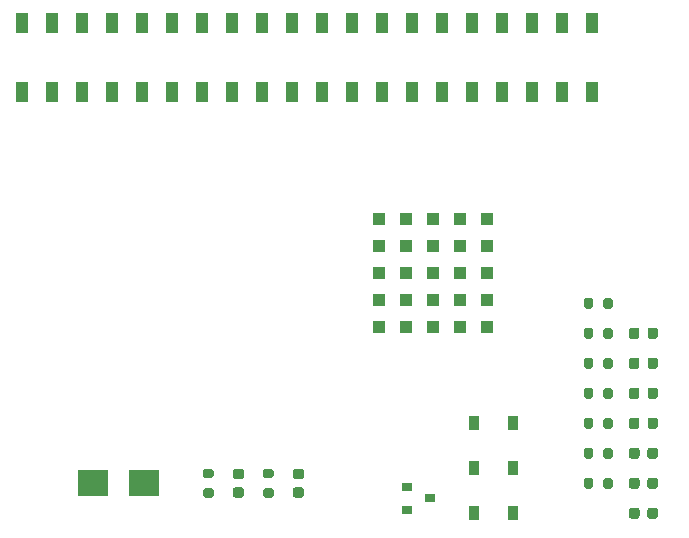
<source format=gbr>
G04 #@! TF.GenerationSoftware,KiCad,Pcbnew,(5.1.10-1-10_14)*
G04 #@! TF.CreationDate,2022-04-10T19:47:37-06:00*
G04 #@! TF.ProjectId,RPiG3iMac,52506947-3369-44d6-9163-2e6b69636164,1.2*
G04 #@! TF.SameCoordinates,Original*
G04 #@! TF.FileFunction,Paste,Top*
G04 #@! TF.FilePolarity,Positive*
%FSLAX46Y46*%
G04 Gerber Fmt 4.6, Leading zero omitted, Abs format (unit mm)*
G04 Created by KiCad (PCBNEW (5.1.10-1-10_14)) date 2022-04-10 19:47:37*
%MOMM*%
%LPD*%
G01*
G04 APERTURE LIST*
%ADD10R,2.500000X2.300000*%
%ADD11R,0.900000X1.200000*%
%ADD12R,0.900000X0.800000*%
%ADD13R,1.060000X1.060000*%
%ADD14R,1.020000X1.780000*%
G04 APERTURE END LIST*
D10*
X130420000Y-105410000D03*
X126120000Y-105410000D03*
G36*
G01*
X171495000Y-92966250D02*
X171495000Y-92453750D01*
G75*
G02*
X171713750Y-92235000I218750J0D01*
G01*
X172151250Y-92235000D01*
G75*
G02*
X172370000Y-92453750I0J-218750D01*
G01*
X172370000Y-92966250D01*
G75*
G02*
X172151250Y-93185000I-218750J0D01*
G01*
X171713750Y-93185000D01*
G75*
G02*
X171495000Y-92966250I0J218750D01*
G01*
G37*
G36*
G01*
X173070000Y-92966250D02*
X173070000Y-92453750D01*
G75*
G02*
X173288750Y-92235000I218750J0D01*
G01*
X173726250Y-92235000D01*
G75*
G02*
X173945000Y-92453750I0J-218750D01*
G01*
X173945000Y-92966250D01*
G75*
G02*
X173726250Y-93185000I-218750J0D01*
G01*
X173288750Y-93185000D01*
G75*
G02*
X173070000Y-92966250I0J218750D01*
G01*
G37*
G36*
G01*
X173070000Y-95506250D02*
X173070000Y-94993750D01*
G75*
G02*
X173288750Y-94775000I218750J0D01*
G01*
X173726250Y-94775000D01*
G75*
G02*
X173945000Y-94993750I0J-218750D01*
G01*
X173945000Y-95506250D01*
G75*
G02*
X173726250Y-95725000I-218750J0D01*
G01*
X173288750Y-95725000D01*
G75*
G02*
X173070000Y-95506250I0J218750D01*
G01*
G37*
G36*
G01*
X171495000Y-95506250D02*
X171495000Y-94993750D01*
G75*
G02*
X171713750Y-94775000I218750J0D01*
G01*
X172151250Y-94775000D01*
G75*
G02*
X172370000Y-94993750I0J-218750D01*
G01*
X172370000Y-95506250D01*
G75*
G02*
X172151250Y-95725000I-218750J0D01*
G01*
X171713750Y-95725000D01*
G75*
G02*
X171495000Y-95506250I0J218750D01*
G01*
G37*
G36*
G01*
X173070000Y-100586250D02*
X173070000Y-100073750D01*
G75*
G02*
X173288750Y-99855000I218750J0D01*
G01*
X173726250Y-99855000D01*
G75*
G02*
X173945000Y-100073750I0J-218750D01*
G01*
X173945000Y-100586250D01*
G75*
G02*
X173726250Y-100805000I-218750J0D01*
G01*
X173288750Y-100805000D01*
G75*
G02*
X173070000Y-100586250I0J218750D01*
G01*
G37*
G36*
G01*
X171495000Y-100586250D02*
X171495000Y-100073750D01*
G75*
G02*
X171713750Y-99855000I218750J0D01*
G01*
X172151250Y-99855000D01*
G75*
G02*
X172370000Y-100073750I0J-218750D01*
G01*
X172370000Y-100586250D01*
G75*
G02*
X172151250Y-100805000I-218750J0D01*
G01*
X171713750Y-100805000D01*
G75*
G02*
X171495000Y-100586250I0J218750D01*
G01*
G37*
D11*
X158370000Y-104140000D03*
X161670000Y-104140000D03*
X161670000Y-100330000D03*
X158370000Y-100330000D03*
X158370000Y-107950000D03*
X161670000Y-107950000D03*
G36*
G01*
X171495000Y-98046250D02*
X171495000Y-97533750D01*
G75*
G02*
X171713750Y-97315000I218750J0D01*
G01*
X172151250Y-97315000D01*
G75*
G02*
X172370000Y-97533750I0J-218750D01*
G01*
X172370000Y-98046250D01*
G75*
G02*
X172151250Y-98265000I-218750J0D01*
G01*
X171713750Y-98265000D01*
G75*
G02*
X171495000Y-98046250I0J218750D01*
G01*
G37*
G36*
G01*
X173070000Y-98046250D02*
X173070000Y-97533750D01*
G75*
G02*
X173288750Y-97315000I218750J0D01*
G01*
X173726250Y-97315000D01*
G75*
G02*
X173945000Y-97533750I0J-218750D01*
G01*
X173945000Y-98046250D01*
G75*
G02*
X173726250Y-98265000I-218750J0D01*
G01*
X173288750Y-98265000D01*
G75*
G02*
X173070000Y-98046250I0J218750D01*
G01*
G37*
D12*
X152670000Y-105730000D03*
X152670000Y-107630000D03*
X154670000Y-106680000D03*
D13*
X159520000Y-92210000D03*
X159520000Y-89920000D03*
X159520000Y-87630000D03*
X159520000Y-85340000D03*
X159520000Y-83050000D03*
X157230000Y-92210000D03*
X157230000Y-89920000D03*
X157230000Y-87630000D03*
X157230000Y-85340000D03*
X157230000Y-83050000D03*
X154940000Y-92210000D03*
X154940000Y-89920000D03*
X154940000Y-87630000D03*
X154940000Y-85340000D03*
X154940000Y-83050000D03*
X152650000Y-92210000D03*
X152650000Y-89920000D03*
X152650000Y-87630000D03*
X152650000Y-85340000D03*
X152650000Y-83050000D03*
X150360000Y-92210000D03*
X150360000Y-89920000D03*
X150360000Y-87630000D03*
X150360000Y-85340000D03*
X150360000Y-83050000D03*
G36*
G01*
X171495000Y-103120000D02*
X171495000Y-102620000D01*
G75*
G02*
X171720000Y-102395000I225000J0D01*
G01*
X172170000Y-102395000D01*
G75*
G02*
X172395000Y-102620000I0J-225000D01*
G01*
X172395000Y-103120000D01*
G75*
G02*
X172170000Y-103345000I-225000J0D01*
G01*
X171720000Y-103345000D01*
G75*
G02*
X171495000Y-103120000I0J225000D01*
G01*
G37*
G36*
G01*
X173045000Y-103120000D02*
X173045000Y-102620000D01*
G75*
G02*
X173270000Y-102395000I225000J0D01*
G01*
X173720000Y-102395000D01*
G75*
G02*
X173945000Y-102620000I0J-225000D01*
G01*
X173945000Y-103120000D01*
G75*
G02*
X173720000Y-103345000I-225000J0D01*
G01*
X173270000Y-103345000D01*
G75*
G02*
X173045000Y-103120000I0J225000D01*
G01*
G37*
G36*
G01*
X173045000Y-105660000D02*
X173045000Y-105160000D01*
G75*
G02*
X173270000Y-104935000I225000J0D01*
G01*
X173720000Y-104935000D01*
G75*
G02*
X173945000Y-105160000I0J-225000D01*
G01*
X173945000Y-105660000D01*
G75*
G02*
X173720000Y-105885000I-225000J0D01*
G01*
X173270000Y-105885000D01*
G75*
G02*
X173045000Y-105660000I0J225000D01*
G01*
G37*
G36*
G01*
X171495000Y-105660000D02*
X171495000Y-105160000D01*
G75*
G02*
X171720000Y-104935000I225000J0D01*
G01*
X172170000Y-104935000D01*
G75*
G02*
X172395000Y-105160000I0J-225000D01*
G01*
X172395000Y-105660000D01*
G75*
G02*
X172170000Y-105885000I-225000J0D01*
G01*
X171720000Y-105885000D01*
G75*
G02*
X171495000Y-105660000I0J225000D01*
G01*
G37*
G36*
G01*
X171495000Y-108200000D02*
X171495000Y-107700000D01*
G75*
G02*
X171720000Y-107475000I225000J0D01*
G01*
X172170000Y-107475000D01*
G75*
G02*
X172395000Y-107700000I0J-225000D01*
G01*
X172395000Y-108200000D01*
G75*
G02*
X172170000Y-108425000I-225000J0D01*
G01*
X171720000Y-108425000D01*
G75*
G02*
X171495000Y-108200000I0J225000D01*
G01*
G37*
G36*
G01*
X173045000Y-108200000D02*
X173045000Y-107700000D01*
G75*
G02*
X173270000Y-107475000I225000J0D01*
G01*
X173720000Y-107475000D01*
G75*
G02*
X173945000Y-107700000I0J-225000D01*
G01*
X173945000Y-108200000D01*
G75*
G02*
X173720000Y-108425000I-225000J0D01*
G01*
X173270000Y-108425000D01*
G75*
G02*
X173045000Y-108200000I0J225000D01*
G01*
G37*
G36*
G01*
X169335000Y-105685000D02*
X169335000Y-105135000D01*
G75*
G02*
X169535000Y-104935000I200000J0D01*
G01*
X169935000Y-104935000D01*
G75*
G02*
X170135000Y-105135000I0J-200000D01*
G01*
X170135000Y-105685000D01*
G75*
G02*
X169935000Y-105885000I-200000J0D01*
G01*
X169535000Y-105885000D01*
G75*
G02*
X169335000Y-105685000I0J200000D01*
G01*
G37*
G36*
G01*
X167685000Y-105685000D02*
X167685000Y-105135000D01*
G75*
G02*
X167885000Y-104935000I200000J0D01*
G01*
X168285000Y-104935000D01*
G75*
G02*
X168485000Y-105135000I0J-200000D01*
G01*
X168485000Y-105685000D01*
G75*
G02*
X168285000Y-105885000I-200000J0D01*
G01*
X167885000Y-105885000D01*
G75*
G02*
X167685000Y-105685000I0J200000D01*
G01*
G37*
G36*
G01*
X170135000Y-89895000D02*
X170135000Y-90445000D01*
G75*
G02*
X169935000Y-90645000I-200000J0D01*
G01*
X169535000Y-90645000D01*
G75*
G02*
X169335000Y-90445000I0J200000D01*
G01*
X169335000Y-89895000D01*
G75*
G02*
X169535000Y-89695000I200000J0D01*
G01*
X169935000Y-89695000D01*
G75*
G02*
X170135000Y-89895000I0J-200000D01*
G01*
G37*
G36*
G01*
X168485000Y-89895000D02*
X168485000Y-90445000D01*
G75*
G02*
X168285000Y-90645000I-200000J0D01*
G01*
X167885000Y-90645000D01*
G75*
G02*
X167685000Y-90445000I0J200000D01*
G01*
X167685000Y-89895000D01*
G75*
G02*
X167885000Y-89695000I200000J0D01*
G01*
X168285000Y-89695000D01*
G75*
G02*
X168485000Y-89895000I0J-200000D01*
G01*
G37*
G36*
G01*
X170135000Y-92435000D02*
X170135000Y-92985000D01*
G75*
G02*
X169935000Y-93185000I-200000J0D01*
G01*
X169535000Y-93185000D01*
G75*
G02*
X169335000Y-92985000I0J200000D01*
G01*
X169335000Y-92435000D01*
G75*
G02*
X169535000Y-92235000I200000J0D01*
G01*
X169935000Y-92235000D01*
G75*
G02*
X170135000Y-92435000I0J-200000D01*
G01*
G37*
G36*
G01*
X168485000Y-92435000D02*
X168485000Y-92985000D01*
G75*
G02*
X168285000Y-93185000I-200000J0D01*
G01*
X167885000Y-93185000D01*
G75*
G02*
X167685000Y-92985000I0J200000D01*
G01*
X167685000Y-92435000D01*
G75*
G02*
X167885000Y-92235000I200000J0D01*
G01*
X168285000Y-92235000D01*
G75*
G02*
X168485000Y-92435000I0J-200000D01*
G01*
G37*
G36*
G01*
X168485000Y-94975000D02*
X168485000Y-95525000D01*
G75*
G02*
X168285000Y-95725000I-200000J0D01*
G01*
X167885000Y-95725000D01*
G75*
G02*
X167685000Y-95525000I0J200000D01*
G01*
X167685000Y-94975000D01*
G75*
G02*
X167885000Y-94775000I200000J0D01*
G01*
X168285000Y-94775000D01*
G75*
G02*
X168485000Y-94975000I0J-200000D01*
G01*
G37*
G36*
G01*
X170135000Y-94975000D02*
X170135000Y-95525000D01*
G75*
G02*
X169935000Y-95725000I-200000J0D01*
G01*
X169535000Y-95725000D01*
G75*
G02*
X169335000Y-95525000I0J200000D01*
G01*
X169335000Y-94975000D01*
G75*
G02*
X169535000Y-94775000I200000J0D01*
G01*
X169935000Y-94775000D01*
G75*
G02*
X170135000Y-94975000I0J-200000D01*
G01*
G37*
G36*
G01*
X168485000Y-100055000D02*
X168485000Y-100605000D01*
G75*
G02*
X168285000Y-100805000I-200000J0D01*
G01*
X167885000Y-100805000D01*
G75*
G02*
X167685000Y-100605000I0J200000D01*
G01*
X167685000Y-100055000D01*
G75*
G02*
X167885000Y-99855000I200000J0D01*
G01*
X168285000Y-99855000D01*
G75*
G02*
X168485000Y-100055000I0J-200000D01*
G01*
G37*
G36*
G01*
X170135000Y-100055000D02*
X170135000Y-100605000D01*
G75*
G02*
X169935000Y-100805000I-200000J0D01*
G01*
X169535000Y-100805000D01*
G75*
G02*
X169335000Y-100605000I0J200000D01*
G01*
X169335000Y-100055000D01*
G75*
G02*
X169535000Y-99855000I200000J0D01*
G01*
X169935000Y-99855000D01*
G75*
G02*
X170135000Y-100055000I0J-200000D01*
G01*
G37*
G36*
G01*
X167685000Y-103145000D02*
X167685000Y-102595000D01*
G75*
G02*
X167885000Y-102395000I200000J0D01*
G01*
X168285000Y-102395000D01*
G75*
G02*
X168485000Y-102595000I0J-200000D01*
G01*
X168485000Y-103145000D01*
G75*
G02*
X168285000Y-103345000I-200000J0D01*
G01*
X167885000Y-103345000D01*
G75*
G02*
X167685000Y-103145000I0J200000D01*
G01*
G37*
G36*
G01*
X169335000Y-103145000D02*
X169335000Y-102595000D01*
G75*
G02*
X169535000Y-102395000I200000J0D01*
G01*
X169935000Y-102395000D01*
G75*
G02*
X170135000Y-102595000I0J-200000D01*
G01*
X170135000Y-103145000D01*
G75*
G02*
X169935000Y-103345000I-200000J0D01*
G01*
X169535000Y-103345000D01*
G75*
G02*
X169335000Y-103145000I0J200000D01*
G01*
G37*
G36*
G01*
X170135000Y-97515000D02*
X170135000Y-98065000D01*
G75*
G02*
X169935000Y-98265000I-200000J0D01*
G01*
X169535000Y-98265000D01*
G75*
G02*
X169335000Y-98065000I0J200000D01*
G01*
X169335000Y-97515000D01*
G75*
G02*
X169535000Y-97315000I200000J0D01*
G01*
X169935000Y-97315000D01*
G75*
G02*
X170135000Y-97515000I0J-200000D01*
G01*
G37*
G36*
G01*
X168485000Y-97515000D02*
X168485000Y-98065000D01*
G75*
G02*
X168285000Y-98265000I-200000J0D01*
G01*
X167885000Y-98265000D01*
G75*
G02*
X167685000Y-98065000I0J200000D01*
G01*
X167685000Y-97515000D01*
G75*
G02*
X167885000Y-97315000I200000J0D01*
G01*
X168285000Y-97315000D01*
G75*
G02*
X168485000Y-97515000I0J-200000D01*
G01*
G37*
D14*
X120145000Y-72260000D03*
X122685000Y-72260000D03*
X125225000Y-72260000D03*
X127765000Y-72260000D03*
X130305000Y-72260000D03*
X132845000Y-72260000D03*
X135385000Y-72260000D03*
X137925000Y-72260000D03*
X140465000Y-72260000D03*
X143005000Y-72260000D03*
X145545000Y-72260000D03*
X148085000Y-72260000D03*
X150625000Y-72260000D03*
X153165000Y-72260000D03*
X155705000Y-72260000D03*
X158245000Y-72260000D03*
X160785000Y-72260000D03*
X163325000Y-72260000D03*
X165865000Y-72260000D03*
X168405000Y-72260000D03*
X120145000Y-66440000D03*
X122685000Y-66440000D03*
X125225000Y-66440000D03*
X127765000Y-66440000D03*
X130305000Y-66440000D03*
X132845000Y-66440000D03*
X135385000Y-66440000D03*
X137925000Y-66440000D03*
X140465000Y-66440000D03*
X143005000Y-66440000D03*
X145545000Y-66440000D03*
X148085000Y-66440000D03*
X150625000Y-66440000D03*
X153165000Y-66440000D03*
X155705000Y-66440000D03*
X158245000Y-66440000D03*
X160785000Y-66440000D03*
X163325000Y-66440000D03*
X165865000Y-66440000D03*
X168405000Y-66440000D03*
G36*
G01*
X138173750Y-104185000D02*
X138686250Y-104185000D01*
G75*
G02*
X138905000Y-104403750I0J-218750D01*
G01*
X138905000Y-104841250D01*
G75*
G02*
X138686250Y-105060000I-218750J0D01*
G01*
X138173750Y-105060000D01*
G75*
G02*
X137955000Y-104841250I0J218750D01*
G01*
X137955000Y-104403750D01*
G75*
G02*
X138173750Y-104185000I218750J0D01*
G01*
G37*
G36*
G01*
X138173750Y-105760000D02*
X138686250Y-105760000D01*
G75*
G02*
X138905000Y-105978750I0J-218750D01*
G01*
X138905000Y-106416250D01*
G75*
G02*
X138686250Y-106635000I-218750J0D01*
G01*
X138173750Y-106635000D01*
G75*
G02*
X137955000Y-106416250I0J218750D01*
G01*
X137955000Y-105978750D01*
G75*
G02*
X138173750Y-105760000I218750J0D01*
G01*
G37*
G36*
G01*
X143253750Y-105760000D02*
X143766250Y-105760000D01*
G75*
G02*
X143985000Y-105978750I0J-218750D01*
G01*
X143985000Y-106416250D01*
G75*
G02*
X143766250Y-106635000I-218750J0D01*
G01*
X143253750Y-106635000D01*
G75*
G02*
X143035000Y-106416250I0J218750D01*
G01*
X143035000Y-105978750D01*
G75*
G02*
X143253750Y-105760000I218750J0D01*
G01*
G37*
G36*
G01*
X143253750Y-104185000D02*
X143766250Y-104185000D01*
G75*
G02*
X143985000Y-104403750I0J-218750D01*
G01*
X143985000Y-104841250D01*
G75*
G02*
X143766250Y-105060000I-218750J0D01*
G01*
X143253750Y-105060000D01*
G75*
G02*
X143035000Y-104841250I0J218750D01*
G01*
X143035000Y-104403750D01*
G75*
G02*
X143253750Y-104185000I218750J0D01*
G01*
G37*
G36*
G01*
X135615000Y-104185000D02*
X136165000Y-104185000D01*
G75*
G02*
X136365000Y-104385000I0J-200000D01*
G01*
X136365000Y-104785000D01*
G75*
G02*
X136165000Y-104985000I-200000J0D01*
G01*
X135615000Y-104985000D01*
G75*
G02*
X135415000Y-104785000I0J200000D01*
G01*
X135415000Y-104385000D01*
G75*
G02*
X135615000Y-104185000I200000J0D01*
G01*
G37*
G36*
G01*
X135615000Y-105835000D02*
X136165000Y-105835000D01*
G75*
G02*
X136365000Y-106035000I0J-200000D01*
G01*
X136365000Y-106435000D01*
G75*
G02*
X136165000Y-106635000I-200000J0D01*
G01*
X135615000Y-106635000D01*
G75*
G02*
X135415000Y-106435000I0J200000D01*
G01*
X135415000Y-106035000D01*
G75*
G02*
X135615000Y-105835000I200000J0D01*
G01*
G37*
G36*
G01*
X140695000Y-105835000D02*
X141245000Y-105835000D01*
G75*
G02*
X141445000Y-106035000I0J-200000D01*
G01*
X141445000Y-106435000D01*
G75*
G02*
X141245000Y-106635000I-200000J0D01*
G01*
X140695000Y-106635000D01*
G75*
G02*
X140495000Y-106435000I0J200000D01*
G01*
X140495000Y-106035000D01*
G75*
G02*
X140695000Y-105835000I200000J0D01*
G01*
G37*
G36*
G01*
X140695000Y-104185000D02*
X141245000Y-104185000D01*
G75*
G02*
X141445000Y-104385000I0J-200000D01*
G01*
X141445000Y-104785000D01*
G75*
G02*
X141245000Y-104985000I-200000J0D01*
G01*
X140695000Y-104985000D01*
G75*
G02*
X140495000Y-104785000I0J200000D01*
G01*
X140495000Y-104385000D01*
G75*
G02*
X140695000Y-104185000I200000J0D01*
G01*
G37*
M02*

</source>
